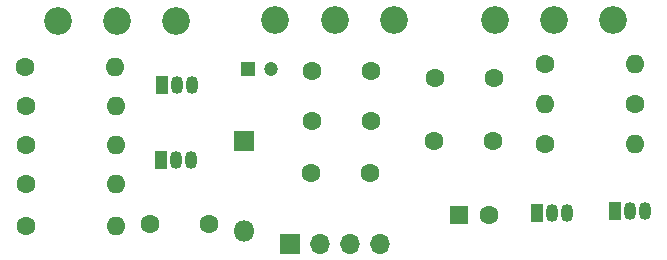
<source format=gbr>
%TF.GenerationSoftware,KiCad,Pcbnew,7.0.11+dfsg-1build4*%
%TF.CreationDate,2026-01-25T21:00:48-05:00*%
%TF.ProjectId,Distortion-02-LQ,44697374-6f72-4746-996f-6e2d30322d4c,rev?*%
%TF.SameCoordinates,Original*%
%TF.FileFunction,Soldermask,Top*%
%TF.FilePolarity,Negative*%
%FSLAX46Y46*%
G04 Gerber Fmt 4.6, Leading zero omitted, Abs format (unit mm)*
G04 Created by KiCad (PCBNEW 7.0.11+dfsg-1build4) date 2026-01-25 21:00:48*
%MOMM*%
%LPD*%
G01*
G04 APERTURE LIST*
%ADD10C,2.340000*%
%ADD11R,1.600000X1.600000*%
%ADD12C,1.600000*%
%ADD13O,1.600000X1.600000*%
%ADD14R,1.800000X1.800000*%
%ADD15O,1.800000X1.800000*%
%ADD16R,1.700000X1.700000*%
%ADD17O,1.700000X1.700000*%
%ADD18R,1.200000X1.200000*%
%ADD19C,1.200000*%
%ADD20R,1.050000X1.500000*%
%ADD21O,1.050000X1.500000*%
G04 APERTURE END LIST*
D10*
%TO.C,RV3*%
X123926600Y-84150200D03*
X118926600Y-84150200D03*
X113926600Y-84150200D03*
%TD*%
D11*
%TO.C,C2*%
X147915621Y-100558600D03*
D12*
X150415621Y-100558600D03*
%TD*%
%TO.C,C7*%
X135447400Y-92659200D03*
X140447400Y-92659200D03*
%TD*%
%TO.C,C1*%
X121756800Y-101320600D03*
X126756800Y-101320600D03*
%TD*%
%TO.C,R6*%
X111277400Y-97942400D03*
D13*
X118897400Y-97942400D03*
%TD*%
D14*
%TO.C,D1*%
X129692400Y-94335600D03*
D15*
X129692400Y-101955600D03*
%TD*%
D12*
%TO.C,R1*%
X111252000Y-91338400D03*
D13*
X118872000Y-91338400D03*
%TD*%
D12*
%TO.C,R2*%
X155168600Y-87782400D03*
D13*
X162788600Y-87782400D03*
%TD*%
D12*
%TO.C,R8*%
X155219400Y-94615000D03*
D13*
X162839400Y-94615000D03*
%TD*%
D16*
%TO.C,J1*%
X133614000Y-103022400D03*
D17*
X136154000Y-103022400D03*
X138694000Y-103022400D03*
X141234000Y-103022400D03*
%TD*%
D12*
%TO.C,R7*%
X162814000Y-91160600D03*
D13*
X155194000Y-91160600D03*
%TD*%
D10*
%TO.C,RV1*%
X142377800Y-84104200D03*
X137377800Y-84104200D03*
X132377800Y-84104200D03*
%TD*%
%TO.C,RV2*%
X160930600Y-84089000D03*
X155930600Y-84089000D03*
X150930600Y-84089000D03*
%TD*%
D18*
%TO.C,C5*%
X130040601Y-88214200D03*
D19*
X132040601Y-88214200D03*
%TD*%
D12*
%TO.C,R5*%
X111201200Y-88061800D03*
D13*
X118821200Y-88061800D03*
%TD*%
D20*
%TO.C,Q3*%
X161163000Y-100279200D03*
D21*
X162433000Y-100279200D03*
X163703000Y-100279200D03*
%TD*%
D20*
%TO.C,Q1*%
X122682000Y-95914800D03*
D21*
X123952000Y-95914800D03*
X125222000Y-95914800D03*
%TD*%
D12*
%TO.C,C6*%
X145912200Y-89001600D03*
X150912200Y-89001600D03*
%TD*%
%TO.C,R3*%
X111277400Y-94640400D03*
D13*
X118897400Y-94640400D03*
%TD*%
D12*
%TO.C,C8*%
X135447400Y-88417400D03*
X140447400Y-88417400D03*
%TD*%
%TO.C,C3*%
X135396600Y-97002600D03*
X140396600Y-97002600D03*
%TD*%
%TO.C,C4*%
X145836000Y-94284800D03*
X150836000Y-94284800D03*
%TD*%
%TO.C,R4*%
X111252000Y-101498400D03*
D13*
X118872000Y-101498400D03*
%TD*%
D20*
%TO.C,Q2*%
X122758200Y-89539400D03*
D21*
X124028200Y-89539400D03*
X125298200Y-89539400D03*
%TD*%
D20*
%TO.C,Q4*%
X154482800Y-100436000D03*
D21*
X155752800Y-100436000D03*
X157022800Y-100436000D03*
%TD*%
M02*

</source>
